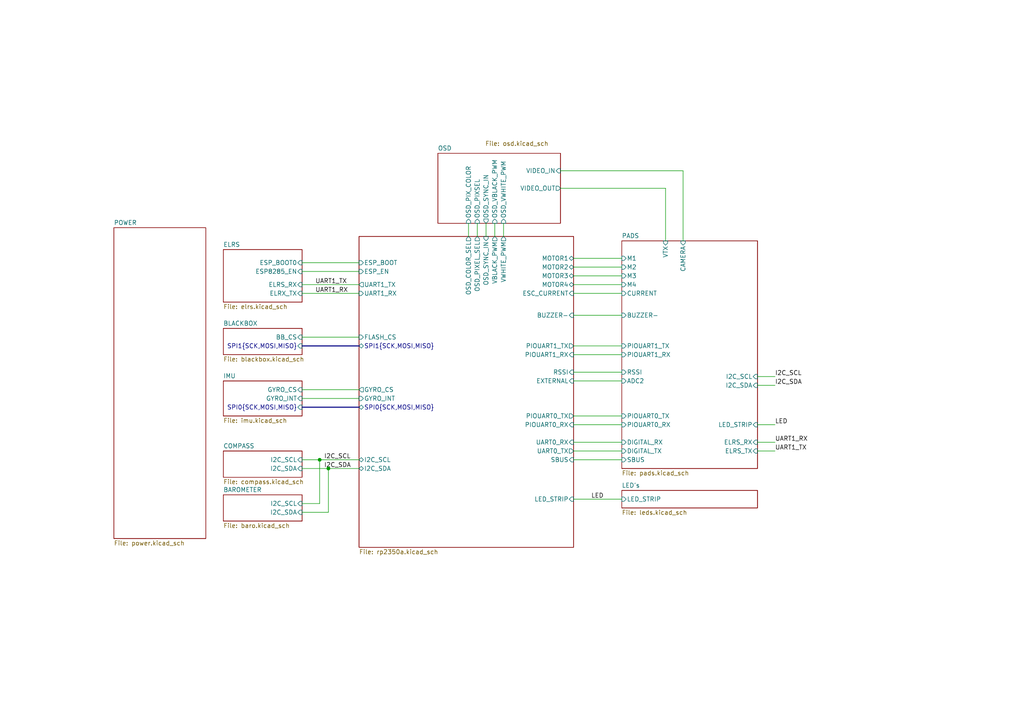
<source format=kicad_sch>
(kicad_sch
	(version 20250114)
	(generator "eeschema")
	(generator_version "9.0")
	(uuid "fb88b6f9-ee39-4640-a9d4-04a17ceeac64")
	(paper "A4")
	(lib_symbols)
	(junction
		(at 95.25 135.89)
		(diameter 0)
		(color 0 0 0 0)
		(uuid "9a889f24-ff78-4c46-8466-e59025aed96b")
	)
	(junction
		(at 92.71 133.35)
		(diameter 0)
		(color 0 0 0 0)
		(uuid "e1e8ee1d-c77c-497a-99f2-4179d0546522")
	)
	(wire
		(pts
			(xy 166.37 110.49) (xy 180.34 110.49)
		)
		(stroke
			(width 0)
			(type default)
		)
		(uuid "0008358f-87c2-4e7d-9181-60c868b63093")
	)
	(wire
		(pts
			(xy 166.37 80.01) (xy 180.34 80.01)
		)
		(stroke
			(width 0)
			(type default)
		)
		(uuid "011ea86f-d738-4021-b4c7-da6538e6db7a")
	)
	(wire
		(pts
			(xy 138.43 64.77) (xy 138.43 68.58)
		)
		(stroke
			(width 0)
			(type default)
		)
		(uuid "026cb0b9-0969-4d63-a12b-3e4020bcab38")
	)
	(wire
		(pts
			(xy 166.37 133.35) (xy 180.34 133.35)
		)
		(stroke
			(width 0)
			(type default)
		)
		(uuid "0b4b19e5-558c-42f5-89dc-757eb33aef13")
	)
	(wire
		(pts
			(xy 87.63 146.05) (xy 92.71 146.05)
		)
		(stroke
			(width 0)
			(type default)
		)
		(uuid "109c57cf-11b0-42de-9db3-5269229c773d")
	)
	(wire
		(pts
			(xy 87.63 133.35) (xy 92.71 133.35)
		)
		(stroke
			(width 0)
			(type default)
		)
		(uuid "12e8a7f5-b890-42bd-9c85-64fbc1682993")
	)
	(wire
		(pts
			(xy 162.56 54.61) (xy 193.04 54.61)
		)
		(stroke
			(width 0)
			(type default)
		)
		(uuid "1e623da3-f96a-4ba8-851a-81d96e46a0bf")
	)
	(bus
		(pts
			(xy 87.63 100.33) (xy 104.14 100.33)
		)
		(stroke
			(width 0)
			(type default)
		)
		(uuid "2936b044-4cf0-4a9c-948e-4f7f168f9f8f")
	)
	(wire
		(pts
			(xy 166.37 130.81) (xy 180.34 130.81)
		)
		(stroke
			(width 0)
			(type default)
		)
		(uuid "3d565517-f119-4e94-a76f-d594f710199e")
	)
	(wire
		(pts
			(xy 166.37 144.78) (xy 180.34 144.78)
		)
		(stroke
			(width 0)
			(type default)
		)
		(uuid "42250d1f-5a50-4ce9-8d51-f7f3f275bbd7")
	)
	(wire
		(pts
			(xy 92.71 133.35) (xy 104.14 133.35)
		)
		(stroke
			(width 0)
			(type default)
		)
		(uuid "42e8ceae-d9af-4a5e-82f0-1b68241c7e22")
	)
	(wire
		(pts
			(xy 166.37 77.47) (xy 180.34 77.47)
		)
		(stroke
			(width 0)
			(type default)
		)
		(uuid "4355e8ee-c58f-4d2c-b603-fbce338a8ad9")
	)
	(wire
		(pts
			(xy 95.25 135.89) (xy 104.14 135.89)
		)
		(stroke
			(width 0)
			(type default)
		)
		(uuid "4f5a099d-e099-4859-8cec-822ad78599f1")
	)
	(wire
		(pts
			(xy 87.63 115.57) (xy 104.14 115.57)
		)
		(stroke
			(width 0)
			(type default)
		)
		(uuid "5510669f-c6a6-4910-95a0-e30dd455c465")
	)
	(wire
		(pts
			(xy 166.37 85.09) (xy 180.34 85.09)
		)
		(stroke
			(width 0)
			(type default)
		)
		(uuid "5889f6e3-ef53-41f1-aa27-c7d7bfa5f84b")
	)
	(wire
		(pts
			(xy 166.37 74.93) (xy 180.34 74.93)
		)
		(stroke
			(width 0)
			(type default)
		)
		(uuid "5b7e9be2-d9f0-42a3-8167-ec186be9a385")
	)
	(wire
		(pts
			(xy 224.79 130.81) (xy 219.71 130.81)
		)
		(stroke
			(width 0)
			(type default)
		)
		(uuid "651f52b5-7265-49f2-b8cd-747e24a38546")
	)
	(wire
		(pts
			(xy 166.37 102.87) (xy 180.34 102.87)
		)
		(stroke
			(width 0)
			(type default)
		)
		(uuid "713cb663-ea17-43d7-aba6-67d8f50ef1cc")
	)
	(wire
		(pts
			(xy 87.63 76.2) (xy 104.14 76.2)
		)
		(stroke
			(width 0)
			(type default)
		)
		(uuid "7466febf-ce8f-4d9f-93d7-1dd7a1c452e9")
	)
	(wire
		(pts
			(xy 166.37 128.27) (xy 180.34 128.27)
		)
		(stroke
			(width 0)
			(type default)
		)
		(uuid "746f0fa9-2243-410e-ad0a-28a51700bf1c")
	)
	(wire
		(pts
			(xy 166.37 100.33) (xy 180.34 100.33)
		)
		(stroke
			(width 0)
			(type default)
		)
		(uuid "74d65897-4715-4ec4-b2a1-304db0f6149f")
	)
	(bus
		(pts
			(xy 87.63 118.11) (xy 104.14 118.11)
		)
		(stroke
			(width 0)
			(type default)
		)
		(uuid "7e83b87e-2db6-4bf1-a023-68df5d5642b0")
	)
	(wire
		(pts
			(xy 87.63 97.79) (xy 104.14 97.79)
		)
		(stroke
			(width 0)
			(type default)
		)
		(uuid "85855a38-2da2-43e3-a6c7-1d72a38c8bf6")
	)
	(wire
		(pts
			(xy 87.63 78.74) (xy 104.14 78.74)
		)
		(stroke
			(width 0)
			(type default)
		)
		(uuid "87e0608f-2169-4246-9c2c-f973d448cad7")
	)
	(wire
		(pts
			(xy 146.05 64.77) (xy 146.05 68.58)
		)
		(stroke
			(width 0)
			(type default)
		)
		(uuid "8baaa969-11b0-432f-9a43-fd43297b8f54")
	)
	(wire
		(pts
			(xy 140.97 64.77) (xy 140.97 68.58)
		)
		(stroke
			(width 0)
			(type default)
		)
		(uuid "91ca7201-703e-44f5-8755-b212fcfda794")
	)
	(wire
		(pts
			(xy 166.37 123.19) (xy 180.34 123.19)
		)
		(stroke
			(width 0)
			(type default)
		)
		(uuid "981053db-6e4e-4cb5-8e28-acded53ad121")
	)
	(wire
		(pts
			(xy 166.37 82.55) (xy 180.34 82.55)
		)
		(stroke
			(width 0)
			(type default)
		)
		(uuid "a16f2a14-2255-4839-8fde-aae4c6e39dee")
	)
	(wire
		(pts
			(xy 87.63 85.09) (xy 104.14 85.09)
		)
		(stroke
			(width 0)
			(type default)
		)
		(uuid "aa40eb9a-c3a8-460b-b720-290373a38f1d")
	)
	(wire
		(pts
			(xy 143.51 64.77) (xy 143.51 68.58)
		)
		(stroke
			(width 0)
			(type default)
		)
		(uuid "ae38071d-6c03-4557-95ee-e7bfebccd9a8")
	)
	(wire
		(pts
			(xy 166.37 91.44) (xy 180.34 91.44)
		)
		(stroke
			(width 0)
			(type default)
		)
		(uuid "b03c2f7e-d70a-42e9-9bec-cbfb9e6618c0")
	)
	(wire
		(pts
			(xy 224.79 123.19) (xy 219.71 123.19)
		)
		(stroke
			(width 0)
			(type default)
		)
		(uuid "b8fa71d0-5869-4e09-8158-249902e4ec31")
	)
	(wire
		(pts
			(xy 92.71 133.35) (xy 92.71 146.05)
		)
		(stroke
			(width 0)
			(type default)
		)
		(uuid "ba213643-5a4a-4142-a2ff-497fcf45fe89")
	)
	(wire
		(pts
			(xy 219.71 109.22) (xy 224.79 109.22)
		)
		(stroke
			(width 0)
			(type default)
		)
		(uuid "bf9550e6-970b-4e53-b740-bd5acc769a0d")
	)
	(wire
		(pts
			(xy 193.04 54.61) (xy 193.04 69.85)
		)
		(stroke
			(width 0)
			(type default)
		)
		(uuid "cdad406b-d1f6-4e36-b944-023f66006339")
	)
	(wire
		(pts
			(xy 166.37 120.65) (xy 180.34 120.65)
		)
		(stroke
			(width 0)
			(type default)
		)
		(uuid "d1f6cc25-7ee9-4151-b55f-e3f0cb079e4a")
	)
	(wire
		(pts
			(xy 224.79 128.27) (xy 219.71 128.27)
		)
		(stroke
			(width 0)
			(type default)
		)
		(uuid "db7f83ac-59d3-43d9-a4c2-5cf4f5607849")
	)
	(wire
		(pts
			(xy 87.63 113.03) (xy 104.14 113.03)
		)
		(stroke
			(width 0)
			(type default)
		)
		(uuid "ddfa78ba-8c96-46c8-b5b7-1747289319ee")
	)
	(wire
		(pts
			(xy 87.63 135.89) (xy 95.25 135.89)
		)
		(stroke
			(width 0)
			(type default)
		)
		(uuid "ded8b1ed-6d38-4416-a623-44950768b65f")
	)
	(wire
		(pts
			(xy 198.12 49.53) (xy 162.56 49.53)
		)
		(stroke
			(width 0)
			(type default)
		)
		(uuid "e1b61c07-2cd7-4d7c-b33e-010fb7e80c32")
	)
	(wire
		(pts
			(xy 198.12 69.85) (xy 198.12 49.53)
		)
		(stroke
			(width 0)
			(type default)
		)
		(uuid "e2203034-34a5-4902-b5dc-652880f121b5")
	)
	(wire
		(pts
			(xy 135.89 64.77) (xy 135.89 68.58)
		)
		(stroke
			(width 0)
			(type default)
		)
		(uuid "e39fba1a-1abb-4c3e-a4e1-c38a04ad46be")
	)
	(wire
		(pts
			(xy 87.63 148.59) (xy 95.25 148.59)
		)
		(stroke
			(width 0)
			(type default)
		)
		(uuid "e404ca4d-f1b6-4e9f-94ee-1e3381ea2841")
	)
	(wire
		(pts
			(xy 166.37 107.95) (xy 180.34 107.95)
		)
		(stroke
			(width 0)
			(type default)
		)
		(uuid "e6e58778-7ea7-4440-af17-e10f46bb0b35")
	)
	(wire
		(pts
			(xy 95.25 135.89) (xy 95.25 148.59)
		)
		(stroke
			(width 0)
			(type default)
		)
		(uuid "e7f57d7b-47cc-4ca3-af68-351c8519d2c8")
	)
	(wire
		(pts
			(xy 219.71 111.76) (xy 224.79 111.76)
		)
		(stroke
			(width 0)
			(type default)
		)
		(uuid "e8e3a785-8159-49d0-9e4a-76e5a53ec22e")
	)
	(wire
		(pts
			(xy 87.63 82.55) (xy 104.14 82.55)
		)
		(stroke
			(width 0)
			(type default)
		)
		(uuid "f670f2cf-d845-42c5-a6b3-0c54a41937a5")
	)
	(label "UART1_TX"
		(at 224.79 130.81 0)
		(effects
			(font
				(size 1.27 1.27)
			)
			(justify left bottom)
		)
		(uuid "0e71d75b-748d-48bb-938f-9a9f68bbebcd")
	)
	(label "I2C_SCL"
		(at 93.98 133.35 0)
		(effects
			(font
				(size 1.27 1.27)
			)
			(justify left bottom)
		)
		(uuid "12264164-5cf7-4d03-ab6e-e3ae84365bc5")
	)
	(label "UART1_RX"
		(at 224.79 128.27 0)
		(effects
			(font
				(size 1.27 1.27)
			)
			(justify left bottom)
		)
		(uuid "25e1f753-3bdc-45a1-925e-756956196c86")
	)
	(label "I2C_SCL"
		(at 224.79 109.22 0)
		(effects
			(font
				(size 1.27 1.27)
			)
			(justify left bottom)
		)
		(uuid "4534a1d1-2281-401c-9881-0c93d2158d40")
	)
	(label "I2C_SDA"
		(at 224.79 111.76 0)
		(effects
			(font
				(size 1.27 1.27)
			)
			(justify left bottom)
		)
		(uuid "8c597753-5f3a-4dc9-af00-1044e4320343")
	)
	(label "UART1_TX"
		(at 91.44 82.55 0)
		(effects
			(font
				(size 1.27 1.27)
			)
			(justify left bottom)
		)
		(uuid "93e641fa-e3e6-41dc-962d-9d1f31b822fd")
	)
	(label "UART1_RX"
		(at 91.44 85.09 0)
		(effects
			(font
				(size 1.27 1.27)
			)
			(justify left bottom)
		)
		(uuid "b4d19b0d-83b1-48df-86c5-561980a37f2c")
	)
	(label "LED"
		(at 171.45 144.78 0)
		(effects
			(font
				(size 1.27 1.27)
			)
			(justify left bottom)
		)
		(uuid "e3036286-2b33-4d7c-ad8f-eb97a920bfe4")
	)
	(label "LED"
		(at 224.79 123.19 0)
		(effects
			(font
				(size 1.27 1.27)
			)
			(justify left bottom)
		)
		(uuid "ed99d7ec-8654-4abe-bd20-8bf10b26f59a")
	)
	(label "I2C_SDA"
		(at 93.98 135.89 0)
		(effects
			(font
				(size 1.27 1.27)
			)
			(justify left bottom)
		)
		(uuid "f590bb4b-b829-4d13-b033-c5062a76592e")
	)
	(sheet
		(at 180.34 142.24)
		(size 39.37 5.08)
		(exclude_from_sim no)
		(in_bom yes)
		(on_board yes)
		(dnp no)
		(fields_autoplaced yes)
		(stroke
			(width 0.1524)
			(type solid)
		)
		(fill
			(color 0 0 0 0.0000)
		)
		(uuid "47e36ffd-e602-4c69-8d50-b5d1844ea5c3")
		(property "Sheetname" "LED's"
			(at 180.34 141.5284 0)
			(effects
				(font
					(size 1.27 1.27)
				)
				(justify left bottom)
			)
		)
		(property "Sheetfile" "leds.kicad_sch"
			(at 180.34 147.9046 0)
			(effects
				(font
					(size 1.27 1.27)
				)
				(justify left top)
			)
		)
		(pin "LED_STRIP" input
			(at 180.34 144.78 180)
			(uuid "0cd37315-ecbd-4c47-917c-56f7f661a271")
			(effects
				(font
					(size 1.27 1.27)
				)
				(justify left)
			)
		)
		(instances
			(project "OpenFC"
				(path "/fb88b6f9-ee39-4640-a9d4-04a17ceeac64"
					(page "10")
				)
			)
		)
	)
	(sheet
		(at 64.77 95.25)
		(size 22.86 7.62)
		(exclude_from_sim no)
		(in_bom yes)
		(on_board yes)
		(dnp no)
		(fields_autoplaced yes)
		(stroke
			(width 0.1524)
			(type solid)
		)
		(fill
			(color 0 0 0 0.0000)
		)
		(uuid "4c4f8c63-c695-4758-b1bc-c8af53273c68")
		(property "Sheetname" "BLACKBOX"
			(at 64.77 94.5384 0)
			(effects
				(font
					(size 1.27 1.27)
				)
				(justify left bottom)
			)
		)
		(property "Sheetfile" "blackbox.kicad_sch"
			(at 64.77 103.4546 0)
			(effects
				(font
					(size 1.27 1.27)
				)
				(justify left top)
			)
		)
		(pin "BB_CS" input
			(at 87.63 97.79 0)
			(uuid "5f3598ae-45d4-43f5-b79b-787bbf3f3d23")
			(effects
				(font
					(size 1.27 1.27)
				)
				(justify right)
			)
		)
		(pin "SPI1{SCK,MOSI,MISO}" input
			(at 87.63 100.33 0)
			(uuid "f0727fa2-cfc5-4a6e-9015-0aaabdeb947d")
			(effects
				(font
					(size 1.27 1.27)
				)
				(justify right)
			)
		)
		(instances
			(project "OpenFC"
				(path "/fb88b6f9-ee39-4640-a9d4-04a17ceeac64"
					(page "7")
				)
			)
		)
	)
	(sheet
		(at 64.77 110.49)
		(size 22.86 10.16)
		(exclude_from_sim no)
		(in_bom yes)
		(on_board yes)
		(dnp no)
		(fields_autoplaced yes)
		(stroke
			(width 0.1524)
			(type solid)
		)
		(fill
			(color 0 0 0 0.0000)
		)
		(uuid "757ed1e6-9a5f-4a0e-a946-254eae8dfb0d")
		(property "Sheetname" "IMU"
			(at 64.77 109.7784 0)
			(effects
				(font
					(size 1.27 1.27)
				)
				(justify left bottom)
			)
		)
		(property "Sheetfile" "imu.kicad_sch"
			(at 64.77 121.2346 0)
			(effects
				(font
					(size 1.27 1.27)
				)
				(justify left top)
			)
		)
		(pin "GYRO_INT" input
			(at 87.63 115.57 0)
			(uuid "2df2258a-b257-47f3-831b-c9de7403db9a")
			(effects
				(font
					(size 1.27 1.27)
				)
				(justify right)
			)
		)
		(pin "GYRO_CS" input
			(at 87.63 113.03 0)
			(uuid "1da5d3c5-9045-4221-8c29-f9a1641d5f55")
			(effects
				(font
					(size 1.27 1.27)
				)
				(justify right)
			)
		)
		(pin "SPI0{SCK,MOSI,MISO}" input
			(at 87.63 118.11 0)
			(uuid "2f9872e5-dbdc-40f2-b3b9-833eeb89fef0")
			(effects
				(font
					(size 1.27 1.27)
				)
				(justify right)
			)
		)
		(instances
			(project "OpenFC"
				(path "/fb88b6f9-ee39-4640-a9d4-04a17ceeac64"
					(page "6")
				)
			)
		)
	)
	(sheet
		(at 64.77 72.39)
		(size 22.86 15.24)
		(exclude_from_sim no)
		(in_bom yes)
		(on_board yes)
		(dnp no)
		(fields_autoplaced yes)
		(stroke
			(width 0.1524)
			(type solid)
		)
		(fill
			(color 0 0 0 0.0000)
		)
		(uuid "99f37a8a-e0ce-4199-a70f-608089c0dd22")
		(property "Sheetname" "ELRS"
			(at 64.77 71.6784 0)
			(effects
				(font
					(size 1.27 1.27)
				)
				(justify left bottom)
			)
		)
		(property "Sheetfile" "elrs.kicad_sch"
			(at 64.77 88.2146 0)
			(effects
				(font
					(size 1.27 1.27)
				)
				(justify left top)
			)
		)
		(pin "ELRS_RX" input
			(at 87.63 82.55 0)
			(uuid "b33e952a-d4ff-4ff2-adcf-37da12beb6a0")
			(effects
				(font
					(size 1.27 1.27)
				)
				(justify right)
			)
		)
		(pin "ELRX_TX" input
			(at 87.63 85.09 0)
			(uuid "8212b6c0-04aa-4cda-a8dd-1241c737686a")
			(effects
				(font
					(size 1.27 1.27)
				)
				(justify right)
			)
		)
		(pin "ESP8285_EN" input
			(at 87.63 78.74 0)
			(uuid "904ca2d0-0fb7-417e-8215-6d0ca837acd9")
			(effects
				(font
					(size 1.27 1.27)
				)
				(justify right)
			)
		)
		(pin "ESP_BOOT0" input
			(at 87.63 76.2 0)
			(uuid "d1260e9b-f1f4-495a-ac53-cfae09b25713")
			(effects
				(font
					(size 1.27 1.27)
				)
				(justify right)
			)
		)
		(instances
			(project "OpenFC"
				(path "/fb88b6f9-ee39-4640-a9d4-04a17ceeac64"
					(page "2")
				)
			)
		)
	)
	(sheet
		(at 64.77 143.51)
		(size 22.86 7.62)
		(exclude_from_sim no)
		(in_bom yes)
		(on_board yes)
		(dnp no)
		(fields_autoplaced yes)
		(stroke
			(width 0.1524)
			(type solid)
		)
		(fill
			(color 0 0 0 0.0000)
		)
		(uuid "a075ed74-3bcc-47df-aa10-c56f48bd2f3e")
		(property "Sheetname" "BAROMETER"
			(at 64.77 142.7984 0)
			(effects
				(font
					(size 1.27 1.27)
				)
				(justify left bottom)
			)
		)
		(property "Sheetfile" "baro.kicad_sch"
			(at 64.77 151.7146 0)
			(effects
				(font
					(size 1.27 1.27)
				)
				(justify left top)
			)
		)
		(pin "I2C_SCL" input
			(at 87.63 146.05 0)
			(uuid "b6238d72-676a-4aea-a3f3-8ed95517b63b")
			(effects
				(font
					(size 1.27 1.27)
				)
				(justify right)
			)
		)
		(pin "I2C_SDA" input
			(at 87.63 148.59 0)
			(uuid "2ae3bf35-20f8-4ecd-8afc-23541bfd357c")
			(effects
				(font
					(size 1.27 1.27)
				)
				(justify right)
			)
		)
		(instances
			(project "OpenFC"
				(path "/fb88b6f9-ee39-4640-a9d4-04a17ceeac64"
					(page "8")
				)
			)
		)
	)
	(sheet
		(at 127 44.45)
		(size 35.56 20.32)
		(exclude_from_sim no)
		(in_bom yes)
		(on_board yes)
		(dnp no)
		(stroke
			(width 0.1524)
			(type solid)
		)
		(fill
			(color 0 0 0 0.0000)
		)
		(uuid "cd9508c6-33b2-4092-8e87-ecfbafcee27b")
		(property "Sheetname" "OSD"
			(at 127 43.7384 0)
			(effects
				(font
					(size 1.27 1.27)
				)
				(justify left bottom)
			)
		)
		(property "Sheetfile" "osd.kicad_sch"
			(at 140.716 40.894 0)
			(effects
				(font
					(size 1.27 1.27)
				)
				(justify left top)
			)
		)
		(pin "VIDEO_IN" input
			(at 162.56 49.53 0)
			(uuid "27a993f2-2087-46f5-b1c8-87d4cf3a0910")
			(effects
				(font
					(size 1.27 1.27)
				)
				(justify right)
			)
		)
		(pin "VIDEO_OUT" output
			(at 162.56 54.61 0)
			(uuid "c6273ae1-8098-43f2-b3a9-083f27e07ea4")
			(effects
				(font
					(size 1.27 1.27)
				)
				(justify right)
			)
		)
		(pin "OSD_PIXSEL" input
			(at 138.43 64.77 270)
			(uuid "f18dbe81-854c-4c7c-9df5-868e84618783")
			(effects
				(font
					(size 1.27 1.27)
				)
				(justify left)
			)
		)
		(pin "OSD_PIX_COLOR" input
			(at 135.89 64.77 270)
			(uuid "be2f2556-4596-4446-b9a3-51ac4f9c0798")
			(effects
				(font
					(size 1.27 1.27)
				)
				(justify left)
			)
		)
		(pin "OSD_SYNC_IN" output
			(at 140.97 64.77 270)
			(uuid "a1d48989-d2a8-4754-b870-db0808971480")
			(effects
				(font
					(size 1.27 1.27)
				)
				(justify left)
			)
		)
		(pin "OSD_VBLACK_PWM" input
			(at 143.51 64.77 270)
			(uuid "f0275e3b-4534-4bb8-97b8-8a7ff90e9351")
			(effects
				(font
					(size 1.27 1.27)
				)
				(justify left)
			)
		)
		(pin "OSD_VWHITE_PWM" input
			(at 146.05 64.77 270)
			(uuid "a3fb16bf-7d12-47d6-af25-c6093b7891b5")
			(effects
				(font
					(size 1.27 1.27)
				)
				(justify left)
			)
		)
		(instances
			(project "OpenFC"
				(path "/fb88b6f9-ee39-4640-a9d4-04a17ceeac64"
					(page "11")
				)
			)
		)
	)
	(sheet
		(at 104.14 68.58)
		(size 62.23 90.17)
		(exclude_from_sim no)
		(in_bom yes)
		(on_board yes)
		(dnp no)
		(fields_autoplaced yes)
		(stroke
			(width 0.1524)
			(type solid)
		)
		(fill
			(color 0 0 0 0.0000)
		)
		(uuid "cec45a0d-1d48-4800-9760-14c521e5fc8b")
		(property "Sheetname" "RP2350A"
			(at 104.14 67.8684 0)
			(effects
				(font
					(size 1.27 1.27)
				)
				(justify left bottom)
				(hide yes)
			)
		)
		(property "Sheetfile" "rp2350a.kicad_sch"
			(at 104.14 159.3346 0)
			(effects
				(font
					(size 1.27 1.27)
				)
				(justify left top)
			)
		)
		(pin "BUZZER-" input
			(at 166.37 91.44 0)
			(uuid "98271fd3-5036-47d5-ae23-3de44c673d36")
			(effects
				(font
					(size 1.27 1.27)
				)
				(justify right)
			)
		)
		(pin "ESC_CURRENT" input
			(at 166.37 85.09 0)
			(uuid "973cd122-3489-46cb-a374-ffb1d5849423")
			(effects
				(font
					(size 1.27 1.27)
				)
				(justify right)
			)
		)
		(pin "EXTERNAL" input
			(at 166.37 110.49 0)
			(uuid "d6303f68-4b9e-47b3-9bb5-7a81df3ad2b4")
			(effects
				(font
					(size 1.27 1.27)
				)
				(justify right)
			)
		)
		(pin "FLASH_CS" input
			(at 104.14 97.79 180)
			(uuid "adfc1c30-ab45-4cfb-aec7-42a425a3186a")
			(effects
				(font
					(size 1.27 1.27)
				)
				(justify left)
			)
		)
		(pin "GYRO_CS" output
			(at 104.14 113.03 180)
			(uuid "8166ee67-d8ca-4b65-b928-7af27011c35e")
			(effects
				(font
					(size 1.27 1.27)
				)
				(justify left)
			)
		)
		(pin "GYRO_INT" input
			(at 104.14 115.57 180)
			(uuid "dce69a0d-08a0-42cf-ba7c-4fff24843762")
			(effects
				(font
					(size 1.27 1.27)
				)
				(justify left)
			)
		)
		(pin "I2C_SCL" bidirectional
			(at 104.14 133.35 180)
			(uuid "a344eef5-c8dc-4b71-b8ec-c059a592d8e0")
			(effects
				(font
					(size 1.27 1.27)
				)
				(justify left)
			)
		)
		(pin "I2C_SDA" bidirectional
			(at 104.14 135.89 180)
			(uuid "cb50cfd5-46dc-4bf3-a417-63bbca53d004")
			(effects
				(font
					(size 1.27 1.27)
				)
				(justify left)
			)
		)
		(pin "LED_STRIP" input
			(at 166.37 144.78 0)
			(uuid "d04d8af0-f11d-4aa9-8e3d-b7a0128738ea")
			(effects
				(font
					(size 1.27 1.27)
				)
				(justify right)
			)
		)
		(pin "MOTOR1" bidirectional
			(at 166.37 74.93 0)
			(uuid "c84687ca-3db6-4ceb-b375-471b2ce392a9")
			(effects
				(font
					(size 1.27 1.27)
				)
				(justify right)
			)
		)
		(pin "MOTOR2" bidirectional
			(at 166.37 77.47 0)
			(uuid "80e98017-2863-4add-8938-f87a8707a363")
			(effects
				(font
					(size 1.27 1.27)
				)
				(justify right)
			)
		)
		(pin "MOTOR3" bidirectional
			(at 166.37 80.01 0)
			(uuid "c74dda93-dcc1-4ea1-88a2-83d646c91508")
			(effects
				(font
					(size 1.27 1.27)
				)
				(justify right)
			)
		)
		(pin "MOTOR4" bidirectional
			(at 166.37 82.55 0)
			(uuid "c7d1c7e3-5e6d-4002-8706-ce0359c85538")
			(effects
				(font
					(size 1.27 1.27)
				)
				(justify right)
			)
		)
		(pin "PIOUART0_RX" input
			(at 166.37 123.19 0)
			(uuid "245595a5-f470-40b2-9e9c-0464db43380c")
			(effects
				(font
					(size 1.27 1.27)
				)
				(justify right)
			)
		)
		(pin "PIOUART0_TX" output
			(at 166.37 120.65 0)
			(uuid "4544f096-5879-4fc2-8009-e62e912e32e3")
			(effects
				(font
					(size 1.27 1.27)
				)
				(justify right)
			)
		)
		(pin "PIOUART1_RX" input
			(at 166.37 102.87 0)
			(uuid "e9c5b717-a198-4a25-83e9-0bf33b31ee19")
			(effects
				(font
					(size 1.27 1.27)
				)
				(justify right)
			)
		)
		(pin "PIOUART1_TX" output
			(at 166.37 100.33 0)
			(uuid "2a69ac8f-b8de-413b-b939-1dff74391914")
			(effects
				(font
					(size 1.27 1.27)
				)
				(justify right)
			)
		)
		(pin "RSSI" input
			(at 166.37 107.95 0)
			(uuid "480af7d4-a8a8-4eff-aa4a-2a850c595c03")
			(effects
				(font
					(size 1.27 1.27)
				)
				(justify right)
			)
		)
		(pin "SPI0{SCK,MOSI,MISO}" bidirectional
			(at 104.14 118.11 180)
			(uuid "52d70e24-3738-46f8-b12d-0ac7d080e90f")
			(effects
				(font
					(size 1.27 1.27)
				)
				(justify left)
			)
		)
		(pin "SPI1{SCK,MOSI,MISO}" bidirectional
			(at 104.14 100.33 180)
			(uuid "8bd1ee90-a7f7-478a-b785-fc395a7ee414")
			(effects
				(font
					(size 1.27 1.27)
				)
				(justify left)
			)
		)
		(pin "UART0_RX" input
			(at 166.37 128.27 0)
			(uuid "64ebb432-6cd0-4e4b-b946-124ff1f7167b")
			(effects
				(font
					(size 1.27 1.27)
				)
				(justify right)
			)
		)
		(pin "UART0_TX" output
			(at 166.37 130.81 0)
			(uuid "0f677826-f2f8-4d01-802b-2031f48f4a64")
			(effects
				(font
					(size 1.27 1.27)
				)
				(justify right)
			)
		)
		(pin "UART1_RX" input
			(at 104.14 85.09 180)
			(uuid "11c4a68f-3000-44d9-ac31-ad2c8ffd0283")
			(effects
				(font
					(size 1.27 1.27)
				)
				(justify left)
			)
		)
		(pin "UART1_TX" output
			(at 104.14 82.55 180)
			(uuid "1c999cfb-50de-4292-9bf0-4133c54cbe83")
			(effects
				(font
					(size 1.27 1.27)
				)
				(justify left)
			)
		)
		(pin "ESP_BOOT" input
			(at 104.14 76.2 180)
			(uuid "78eae160-b255-4e1c-8532-1e047f6bc1ea")
			(effects
				(font
					(size 1.27 1.27)
				)
				(justify left)
			)
		)
		(pin "ESP_EN" input
			(at 104.14 78.74 180)
			(uuid "7fc138f6-e0cb-4ea6-9141-c50cd33d95a1")
			(effects
				(font
					(size 1.27 1.27)
				)
				(justify left)
			)
		)
		(pin "OSD_COLOR_SEL" output
			(at 135.89 68.58 90)
			(uuid "fd1f3344-ee3b-4760-a8b8-35bd677e3490")
			(effects
				(font
					(size 1.27 1.27)
				)
				(justify right)
			)
		)
		(pin "OSD_PIXEL_SEL" output
			(at 138.43 68.58 90)
			(uuid "8a829450-db63-4896-b1d6-a1567f9feac1")
			(effects
				(font
					(size 1.27 1.27)
				)
				(justify right)
			)
		)
		(pin "OSD_SYNC_IN" input
			(at 140.97 68.58 90)
			(uuid "9da87cbb-8a88-49ec-9434-fd53a829a425")
			(effects
				(font
					(size 1.27 1.27)
				)
				(justify right)
			)
		)
		(pin "VBLACK_PWM" output
			(at 143.51 68.58 90)
			(uuid "74976125-6dce-40e5-a790-5bd9bbe0b4c6")
			(effects
				(font
					(size 1.27 1.27)
				)
				(justify right)
			)
		)
		(pin "VWHITE_PWM" output
			(at 146.05 68.58 90)
			(uuid "c1892bf5-692c-4d5a-aa8d-fb9f4dfb7801")
			(effects
				(font
					(size 1.27 1.27)
				)
				(justify right)
			)
		)
		(pin "SBUS" input
			(at 166.37 133.35 0)
			(uuid "4c0d8262-e027-4106-b68f-a57b9cb8f577")
			(effects
				(font
					(size 1.27 1.27)
				)
				(justify right)
			)
		)
		(instances
			(project "OpenFC"
				(path "/fb88b6f9-ee39-4640-a9d4-04a17ceeac64"
					(page "3")
				)
			)
		)
	)
	(sheet
		(at 180.34 69.85)
		(size 39.37 66.04)
		(exclude_from_sim no)
		(in_bom yes)
		(on_board yes)
		(dnp no)
		(fields_autoplaced yes)
		(stroke
			(width 0.1524)
			(type solid)
		)
		(fill
			(color 0 0 0 0.0000)
		)
		(uuid "e8ddc219-4a16-40b0-9f20-756a7d038611")
		(property "Sheetname" "PADS"
			(at 180.34 69.1384 0)
			(effects
				(font
					(size 1.27 1.27)
				)
				(justify left bottom)
			)
		)
		(property "Sheetfile" "pads.kicad_sch"
			(at 180.34 136.4746 0)
			(effects
				(font
					(size 1.27 1.27)
				)
				(justify left top)
			)
		)
		(pin "BUZZER-" input
			(at 180.34 91.44 180)
			(uuid "0a8d0be2-efd0-45b8-9c81-df2910e42e8e")
			(effects
				(font
					(size 1.27 1.27)
				)
				(justify left)
			)
		)
		(pin "CURRENT" input
			(at 180.34 85.09 180)
			(uuid "107883fe-96c4-458f-9219-63447ca1c156")
			(effects
				(font
					(size 1.27 1.27)
				)
				(justify left)
			)
		)
		(pin "DIGITAL_RX" input
			(at 180.34 128.27 180)
			(uuid "0ec31421-d064-4e1a-bf12-635c7c99584d")
			(effects
				(font
					(size 1.27 1.27)
				)
				(justify left)
			)
		)
		(pin "DIGITAL_TX" input
			(at 180.34 130.81 180)
			(uuid "f112f990-2db5-4936-a435-fc56aeb1fdce")
			(effects
				(font
					(size 1.27 1.27)
				)
				(justify left)
			)
		)
		(pin "ELRS_RX" input
			(at 219.71 128.27 0)
			(uuid "a443401b-26ce-4ee3-a442-81a88f82c056")
			(effects
				(font
					(size 1.27 1.27)
				)
				(justify right)
			)
		)
		(pin "ELRS_TX" input
			(at 219.71 130.81 0)
			(uuid "979925f5-bc49-4031-a2b3-09b997102e45")
			(effects
				(font
					(size 1.27 1.27)
				)
				(justify right)
			)
		)
		(pin "I2C_SCL" input
			(at 219.71 109.22 0)
			(uuid "acb4c42b-5560-4d02-a810-5ad26856ae96")
			(effects
				(font
					(size 1.27 1.27)
				)
				(justify right)
			)
		)
		(pin "I2C_SDA" input
			(at 219.71 111.76 0)
			(uuid "fc2c3f88-5575-496f-85e1-d164f2cc1c94")
			(effects
				(font
					(size 1.27 1.27)
				)
				(justify right)
			)
		)
		(pin "LED_STRIP" input
			(at 219.71 123.19 0)
			(uuid "dc1b1e65-c91a-413f-a672-ff23093fa9b0")
			(effects
				(font
					(size 1.27 1.27)
				)
				(justify right)
			)
		)
		(pin "M1" input
			(at 180.34 74.93 180)
			(uuid "6521ddf6-ae49-4d91-80d1-1c34f1770f2f")
			(effects
				(font
					(size 1.27 1.27)
				)
				(justify left)
			)
		)
		(pin "M2" input
			(at 180.34 77.47 180)
			(uuid "39f0b867-19ba-49a0-9ebd-1a5c4733bec1")
			(effects
				(font
					(size 1.27 1.27)
				)
				(justify left)
			)
		)
		(pin "M3" input
			(at 180.34 80.01 180)
			(uuid "30851b83-188e-42bb-9003-5e9e7149585f")
			(effects
				(font
					(size 1.27 1.27)
				)
				(justify left)
			)
		)
		(pin "M4" input
			(at 180.34 82.55 180)
			(uuid "d4b1aa83-65fb-459d-8909-771952ea9790")
			(effects
				(font
					(size 1.27 1.27)
				)
				(justify left)
			)
		)
		(pin "SBUS" input
			(at 180.34 133.35 180)
			(uuid "a8eaff68-ee8b-43a1-bf6a-097465d1d424")
			(effects
				(font
					(size 1.27 1.27)
				)
				(justify left)
			)
		)
		(pin "PIOUART0_RX" input
			(at 180.34 123.19 180)
			(uuid "9f6ac2a0-1c92-46be-b091-7a0ce100382f")
			(effects
				(font
					(size 1.27 1.27)
				)
				(justify left)
			)
		)
		(pin "PIOUART0_TX" input
			(at 180.34 120.65 180)
			(uuid "2b9ecac0-87d8-4637-b9f0-16931d453b81")
			(effects
				(font
					(size 1.27 1.27)
				)
				(justify left)
			)
		)
		(pin "ADC2" input
			(at 180.34 110.49 180)
			(uuid "df7938e4-69ff-471d-89f8-226ae7f16a4d")
			(effects
				(font
					(size 1.27 1.27)
				)
				(justify left)
			)
		)
		(pin "CAMERA" input
			(at 198.12 69.85 90)
			(uuid "ab9db03d-4a6a-411c-a2f8-d8414c8f0a0b")
			(effects
				(font
					(size 1.27 1.27)
				)
				(justify right)
			)
		)
		(pin "VTX" input
			(at 193.04 69.85 90)
			(uuid "c2d860f2-6be2-47c5-9d20-edfefc9505e0")
			(effects
				(font
					(size 1.27 1.27)
				)
				(justify right)
			)
		)
		(pin "PIOUART1_RX" input
			(at 180.34 102.87 180)
			(uuid "175a7975-157b-48c0-bac2-57742bfa427f")
			(effects
				(font
					(size 1.27 1.27)
				)
				(justify left)
			)
		)
		(pin "PIOUART1_TX" input
			(at 180.34 100.33 180)
			(uuid "2126b9e5-980b-47bd-8626-cae1a8e91c5f")
			(effects
				(font
					(size 1.27 1.27)
				)
				(justify left)
			)
		)
		(pin "RSSI" input
			(at 180.34 107.95 180)
			(uuid "1b280d08-2853-4778-a1e5-dbc21b81ce53")
			(effects
				(font
					(size 1.27 1.27)
				)
				(justify left)
			)
		)
		(instances
			(project "OpenFC"
				(path "/fb88b6f9-ee39-4640-a9d4-04a17ceeac64"
					(page "5")
				)
			)
		)
	)
	(sheet
		(at 64.77 130.81)
		(size 22.86 7.62)
		(exclude_from_sim no)
		(in_bom yes)
		(on_board yes)
		(dnp no)
		(fields_autoplaced yes)
		(stroke
			(width 0.1524)
			(type solid)
		)
		(fill
			(color 0 0 0 0.0000)
		)
		(uuid "f2b07475-b96c-42d9-ab92-1eb92706f969")
		(property "Sheetname" "COMPASS"
			(at 64.77 130.0984 0)
			(effects
				(font
					(size 1.27 1.27)
				)
				(justify left bottom)
			)
		)
		(property "Sheetfile" "compass.kicad_sch"
			(at 64.77 139.0146 0)
			(effects
				(font
					(size 1.27 1.27)
				)
				(justify left top)
			)
		)
		(pin "I2C_SCL" input
			(at 87.63 133.35 0)
			(uuid "2d532b9d-d9db-4217-9f31-ef54d6c84d5f")
			(effects
				(font
					(size 1.27 1.27)
				)
				(justify right)
			)
		)
		(pin "I2C_SDA" input
			(at 87.63 135.89 0)
			(uuid "fe32317f-309d-499c-91c9-df05d12a79cf")
			(effects
				(font
					(size 1.27 1.27)
				)
				(justify right)
			)
		)
		(instances
			(project "OpenFC"
				(path "/fb88b6f9-ee39-4640-a9d4-04a17ceeac64"
					(page "9")
				)
			)
		)
	)
	(sheet
		(at 33.02 66.04)
		(size 26.67 90.17)
		(exclude_from_sim no)
		(in_bom yes)
		(on_board yes)
		(dnp no)
		(fields_autoplaced yes)
		(stroke
			(width 0.1524)
			(type solid)
		)
		(fill
			(color 0 0 0 0.0000)
		)
		(uuid "f8522f96-c979-41d2-ae00-e5ad899a3161")
		(property "Sheetname" "POWER"
			(at 33.02 65.3284 0)
			(effects
				(font
					(size 1.27 1.27)
				)
				(justify left bottom)
			)
		)
		(property "Sheetfile" "power.kicad_sch"
			(at 33.02 156.7946 0)
			(effects
				(font
					(size 1.27 1.27)
				)
				(justify left top)
			)
		)
		(instances
			(project "OpenFC"
				(path "/fb88b6f9-ee39-4640-a9d4-04a17ceeac64"
					(page "4")
				)
			)
		)
	)
	(sheet_instances
		(path "/"
			(page "1")
		)
	)
	(embedded_fonts no)
)

</source>
